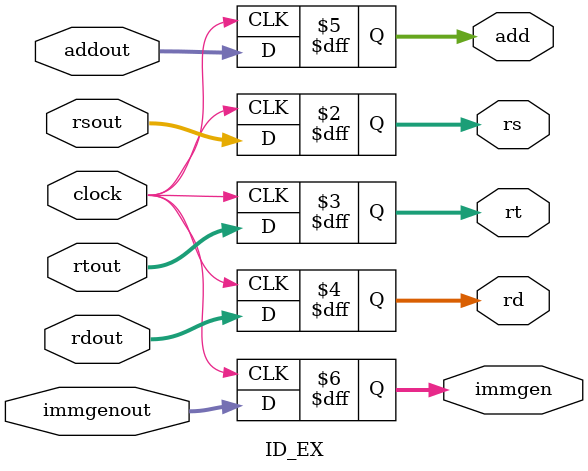
<source format=v>
module ID_EX(clock, rsout, rtout, rdout, addout, immgenout, rs, rt, rd, add ,immgen);
    input clock;
    input [31:0] rsout;
    input [31:0] rtout;
    input [5:0] rdout;
    input [31:0] addout;
    input [31:0] immgenout;
    
    output reg [31:0] rs;
    output reg [31:0] rt;
    output reg [5:0] rd;
    output reg [31:0] add;
    output reg [31:0] immgen;
    
    always@(posedge clock)begin
        rs = rsout;
        rt = rtout;
        rd = rdout;
        add = addout;
        immgen = immgenout;
    end
    
endmodule
</source>
